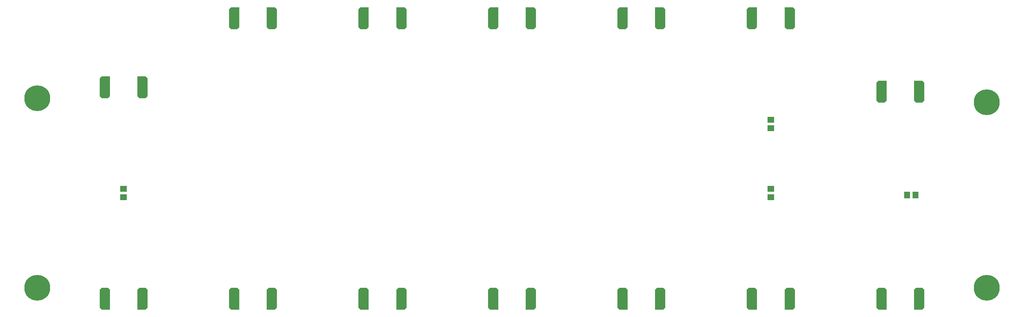
<source format=gbr>
%FSTAX66Y66*%
%MOMM*%
%SFA1B1*%

%IPPOS*%
%AMD18*
4,1,7,-1.206500,-2.016760,-1.206500,2.501900,0.723900,2.501900,1.206500,2.019300,1.206500,-2.016760,0.723900,-2.499360,-0.723900,-2.499360,-1.206500,-2.016760,0.0*
%
%AMD19*
4,1,7,-1.206500,2.019300,-0.723900,2.501900,1.206500,2.501900,1.206500,-2.016760,0.723900,-2.499360,-0.723900,-2.499360,-1.206500,-2.016760,-1.206500,2.019300,0.0*
%
%AMD20*
4,1,7,1.206500,-2.016760,0.723900,-2.499360,-1.206500,-2.499360,-1.206500,2.019300,-0.723900,2.501900,0.723900,2.501900,1.206500,2.019300,1.206500,-2.016760,0.0*
%
%AMD21*
4,1,7,1.206500,2.019300,1.206500,-2.499360,-0.723900,-2.499360,-1.206500,-2.016760,-1.206500,2.019300,-0.723900,2.501900,0.723900,2.501900,1.206500,2.019300,0.0*
%
%ADD10R,1.549997X1.349997*%
%ADD11R,1.349997X1.549997*%
%ADD12C,5.999988*%
%ADD18D18*%
%ADD19D19*%
%ADD20D20*%
%ADD21D21*%
%LNduts_pads_top-1*%
%LPD*%
G54D10*
X000024999975Y000026024078D03*
Y000027974086D03*
X000175000005Y000026001802D03*
Y000027951785D03*
Y000044000191D03*
Y000042050182D03*
G54D11*
X000206595522Y000026502385D03*
X000208545531D03*
G54D12*
X00000499999Y000049000003D03*
X000224999981Y00004799998D03*
X000224999956Y000005001615D03*
X00000499999Y000005000015D03*
G54D18*
X000209381496Y000050500788D03*
X000179381505Y000067500195D03*
X000059381491Y000067498569D03*
X000089381482Y000067498976D03*
X000119381498Y000067499382D03*
X000149381489Y000067499788D03*
X000029381475Y000051498373D03*
G54D19*
X000200618496Y000050500788D03*
X000170618505Y000067500195D03*
X000050618491Y000067498569D03*
X000080618482Y000067498976D03*
X000110618498Y000067499382D03*
X000140618489Y000067499788D03*
X000020618475Y000051498373D03*
G54D20*
X000179381505Y000002501798D03*
X000149381489Y000002501392D03*
X000119381498Y000002500985D03*
X000089381482Y000002500579D03*
X000059381491Y000002500198D03*
X000029381475Y000002499791D03*
X000209381496Y000002502408D03*
G54D21*
X000170618505Y000002501798D03*
X000140618489Y000002501392D03*
X000110618498Y000002500985D03*
X000080618482Y000002500579D03*
X000050618491Y000002500198D03*
X000020618475Y000002499791D03*
X000200618496Y000002502408D03*
M02*
</source>
